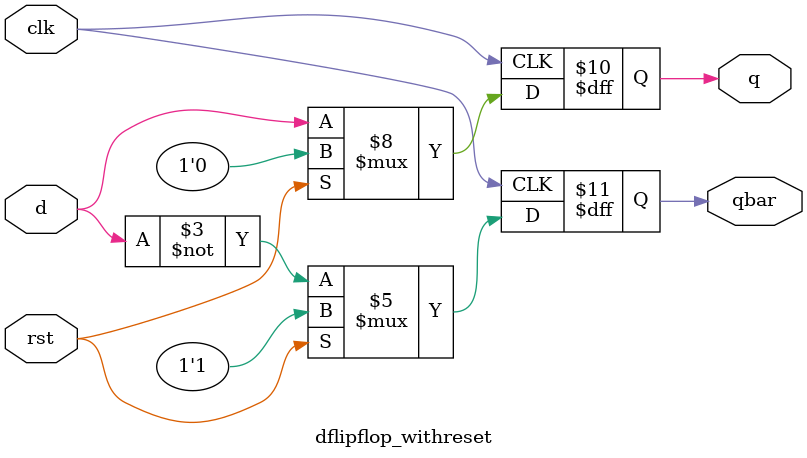
<source format=v>
module dflipflop_withreset(q, qbar, d, rst, clk);
output q,qbar;
input d, rst, clk;
reg q,qbar;
always @ (posedge clk)
begin
    if (~rst)
    begin
        q=d; 
        qbar=~d;
    end

    else
    begin
        q=1'b0;
        qbar=1'b1;
    end
end
endmodule


</source>
